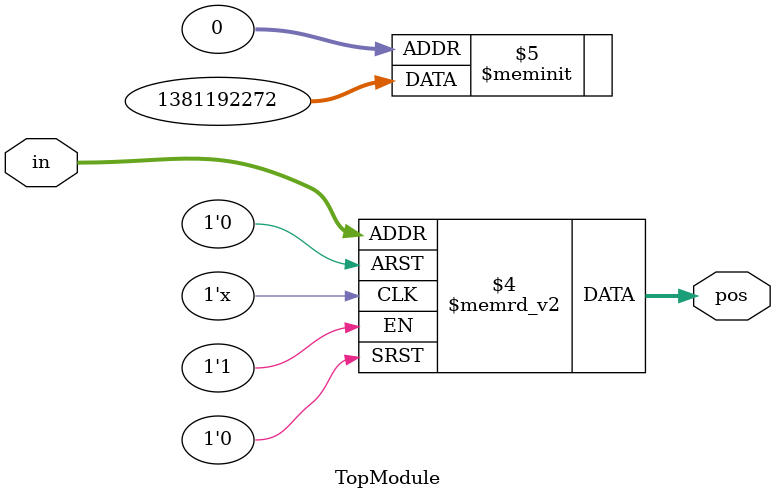
<source format=sv>

module TopModule (
    input [3:0] in,
    output reg [1:0] pos
);

always @ (*) begin
    case(in)
        4'b0001: pos = 2'b00;
        4'b0010: pos = 2'b01;
        4'b0011: pos = 2'b01;
        4'b0100: pos = 2'b10;
        4'b0101: pos = 2'b00;
        4'b0110: pos = 2'b01;
        4'b0111: pos = 2'b01;
        4'b1000: pos = 2'b11;
        4'b1001: pos = 2'b00;
        4'b1010: pos = 2'b01;
        4'b1011: pos = 2'b01;
        4'b1100: pos = 2'b10;
        4'b1101: pos = 2'b00;
        4'b1110: pos = 2'b01;
        4'b1111: pos = 2'b01;
        default: pos = 2'b00;
    endcase
end

endmodule
</source>
